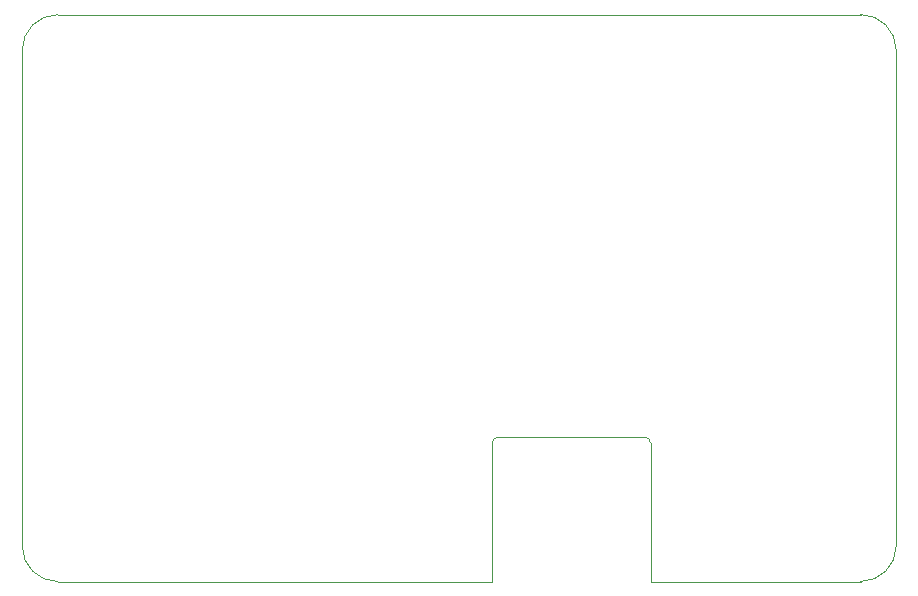
<source format=gbr>
%TF.GenerationSoftware,KiCad,Pcbnew,8.0.5*%
%TF.CreationDate,2024-09-24T22:25:09+12:00*%
%TF.ProjectId,USB Cable Tester,55534220-4361-4626-9c65-205465737465,rev?*%
%TF.SameCoordinates,Original*%
%TF.FileFunction,Profile,NP*%
%FSLAX46Y46*%
G04 Gerber Fmt 4.6, Leading zero omitted, Abs format (unit mm)*
G04 Created by KiCad (PCBNEW 8.0.5) date 2024-09-24 22:25:09*
%MOMM*%
%LPD*%
G01*
G04 APERTURE LIST*
%TA.AperFunction,Profile*%
%ADD10C,0.050000*%
%TD*%
G04 APERTURE END LIST*
D10*
X67521397Y-21321D02*
X71021321Y-21321D01*
X74021321Y-3021321D02*
X74021321Y-43321321D01*
X3021321Y-21321D02*
X37021321Y-21321D01*
X47021321Y-21321D02*
X47296321Y-21321D01*
X54521321Y-48021321D02*
X57621321Y-48021321D01*
X3021321Y-48021321D02*
G75*
G02*
X21319Y-45021321I-1J3000001D01*
G01*
X21321Y-3021321D02*
G75*
G02*
X3021321Y-21321I2999999J1D01*
G01*
X3021321Y-48021321D02*
X38521321Y-48021321D01*
X67621321Y-48021321D02*
X71021321Y-48021321D01*
X71021321Y-21321D02*
G75*
G02*
X74021279Y-3021321I-21J-2999979D01*
G01*
X21321Y-45021321D02*
X21321Y-3021321D01*
X74021321Y-45021321D02*
G75*
G02*
X71021321Y-48021321I-3000021J21D01*
G01*
X74021321Y-43321321D02*
X74021321Y-45021321D01*
X55296321Y-21321D02*
X55521397Y-21321D01*
%TO.C,J5*%
X67521421Y-21321D02*
X55521421Y-21321D01*
%TO.C,J1*%
X52721321Y-35781321D02*
G75*
G02*
X53221321Y-36281321I0J-500000D01*
G01*
X39821321Y-36281321D02*
G75*
G02*
X40321321Y-35781321I500001J-1D01*
G01*
X53221321Y-48021321D02*
X54521321Y-48021321D01*
X53221321Y-36281321D02*
X53221321Y-48021321D01*
X52721321Y-35781321D02*
X40321321Y-35781321D01*
X39821321Y-48021321D02*
X38521321Y-48021321D01*
X39821321Y-36281321D02*
X39821321Y-48021321D01*
%TO.C,J4*%
X47021321Y-21321D02*
X37021321Y-21321D01*
%TO.C,J3*%
X55296321Y-21321D02*
X47296321Y-21321D01*
%TO.C,J2*%
X57621321Y-48021321D02*
X67621321Y-48021321D01*
%TD*%
M02*

</source>
